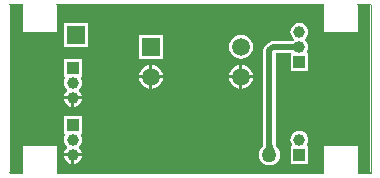
<source format=gbl>
G04*
G04 #@! TF.GenerationSoftware,Altium Limited,Altium Designer,20.0.10 (225)*
G04*
G04 Layer_Physical_Order=2*
G04 Layer_Color=16711680*
%FSLAX25Y25*%
%MOIN*%
G70*
G01*
G75*
%ADD15C,0.00300*%
%ADD32C,0.02000*%
%ADD33C,0.03937*%
%ADD34R,0.03937X0.03937*%
%ADD35C,0.05906*%
%ADD36R,0.05906X0.05906*%
%ADD37C,0.05000*%
G36*
X120079Y0D02*
X116142D01*
Y9350D01*
X104331D01*
Y0D01*
X15748Y-0D01*
Y9350D01*
X3937D01*
Y-0D01*
X0D01*
X-0Y56102D01*
X3937D01*
Y46752D01*
X15748D01*
Y56102D01*
X104331Y56102D01*
Y46752D01*
X116142D01*
Y56102D01*
X120079D01*
X120079Y0D01*
D02*
G37*
%LPC*%
G36*
X25937Y49953D02*
X18032D01*
Y42047D01*
X25937D01*
Y49953D01*
D02*
G37*
G36*
X50953Y45949D02*
X43047D01*
Y38043D01*
X50953D01*
Y45949D01*
D02*
G37*
G36*
X77000Y45983D02*
X75968Y45847D01*
X75007Y45449D01*
X74181Y44815D01*
X73547Y43990D01*
X73149Y43028D01*
X73013Y41996D01*
X73149Y40964D01*
X73547Y40003D01*
X74181Y39177D01*
X75007Y38543D01*
X75968Y38145D01*
X77000Y38009D01*
X78032Y38145D01*
X78993Y38543D01*
X79819Y39177D01*
X80453Y40003D01*
X80851Y40964D01*
X80987Y41996D01*
X80851Y43028D01*
X80453Y43990D01*
X79819Y44815D01*
X78993Y45449D01*
X78032Y45847D01*
X77000Y45983D01*
D02*
G37*
G36*
X96500Y49978D02*
X95725Y49876D01*
X95003Y49577D01*
X94383Y49101D01*
X93907Y48481D01*
X93608Y47759D01*
X93506Y46984D01*
X93608Y46209D01*
X93907Y45487D01*
X94383Y44867D01*
X94556Y44734D01*
Y44234D01*
X94383Y44101D01*
X94380Y44097D01*
X94349Y44085D01*
X94286Y44067D01*
X94198Y44047D01*
X94099Y44032D01*
X93995Y44023D01*
X87672D01*
X86891Y43868D01*
X86230Y43426D01*
X86230Y43426D01*
X85058Y42255D01*
X84616Y41593D01*
X84461Y40813D01*
Y9463D01*
X84458Y9435D01*
X84433Y9280D01*
X84399Y9140D01*
X84357Y9012D01*
X84308Y8897D01*
X84252Y8791D01*
X84189Y8693D01*
X84117Y8601D01*
X84057Y8537D01*
X84004Y8496D01*
X83443Y7765D01*
X83090Y6914D01*
X82970Y6000D01*
X83090Y5086D01*
X83443Y4235D01*
X84004Y3504D01*
X84735Y2943D01*
X85586Y2590D01*
X86500Y2470D01*
X87414Y2590D01*
X88265Y2943D01*
X88996Y3504D01*
X89557Y4235D01*
X89910Y5086D01*
X90030Y6000D01*
X89910Y6914D01*
X89557Y7765D01*
X88996Y8496D01*
X88943Y8537D01*
X88883Y8601D01*
X88811Y8693D01*
X88748Y8791D01*
X88692Y8897D01*
X88643Y9012D01*
X88601Y9140D01*
X88567Y9280D01*
X88542Y9435D01*
X88539Y9463D01*
Y39945D01*
X93532D01*
Y34016D01*
X99468D01*
Y39953D01*
X99248D01*
X99027Y40401D01*
X99093Y40487D01*
X99392Y41209D01*
X99494Y41984D01*
X99392Y42759D01*
X99093Y43481D01*
X98617Y44101D01*
X98444Y44234D01*
Y44734D01*
X98617Y44867D01*
X99093Y45487D01*
X99392Y46209D01*
X99494Y46984D01*
X99392Y47759D01*
X99093Y48481D01*
X98617Y49101D01*
X97997Y49577D01*
X97275Y49876D01*
X96500Y49978D01*
D02*
G37*
G36*
X77500Y35917D02*
Y32496D01*
X80921D01*
X80851Y33028D01*
X80453Y33990D01*
X79819Y34815D01*
X78993Y35449D01*
X78032Y35847D01*
X77500Y35917D01*
D02*
G37*
G36*
X76500D02*
X75968Y35847D01*
X75007Y35449D01*
X74181Y34815D01*
X73547Y33990D01*
X73149Y33028D01*
X73079Y32496D01*
X76500D01*
Y35917D01*
D02*
G37*
G36*
X47500D02*
Y32496D01*
X50921D01*
X50851Y33028D01*
X50453Y33990D01*
X49819Y34815D01*
X48993Y35449D01*
X48032Y35847D01*
X47500Y35917D01*
D02*
G37*
G36*
X46500D02*
X45968Y35847D01*
X45007Y35449D01*
X44181Y34815D01*
X43547Y33990D01*
X43149Y33028D01*
X43079Y32496D01*
X46500D01*
Y35917D01*
D02*
G37*
G36*
X80921Y31496D02*
X77500D01*
Y28075D01*
X78032Y28145D01*
X78993Y28543D01*
X79819Y29177D01*
X80453Y30003D01*
X80851Y30964D01*
X80921Y31496D01*
D02*
G37*
G36*
X76500D02*
X73079D01*
X73149Y30964D01*
X73547Y30003D01*
X74181Y29177D01*
X75007Y28543D01*
X75968Y28145D01*
X76500Y28075D01*
Y31496D01*
D02*
G37*
G36*
X50921D02*
X47500D01*
Y28075D01*
X48032Y28145D01*
X48993Y28543D01*
X49819Y29177D01*
X50453Y30003D01*
X50851Y30964D01*
X50921Y31496D01*
D02*
G37*
G36*
X46500D02*
X43079D01*
X43149Y30964D01*
X43547Y30003D01*
X44181Y29177D01*
X45007Y28543D01*
X45968Y28145D01*
X46500Y28075D01*
Y31496D01*
D02*
G37*
G36*
X23968Y37969D02*
X18032D01*
Y32032D01*
X18252D01*
X18473Y31583D01*
X18407Y31497D01*
X18108Y30775D01*
X18006Y30000D01*
X18108Y29225D01*
X18407Y28503D01*
X18883Y27883D01*
X19056Y27750D01*
Y27250D01*
X18883Y27117D01*
X18407Y26497D01*
X18108Y25775D01*
X18072Y25500D01*
X21000D01*
X23928D01*
X23892Y25775D01*
X23593Y26497D01*
X23117Y27117D01*
X22944Y27250D01*
Y27750D01*
X23117Y27883D01*
X23593Y28503D01*
X23892Y29225D01*
X23994Y30000D01*
X23892Y30775D01*
X23593Y31497D01*
X23527Y31583D01*
X23748Y32032D01*
X23968D01*
Y37969D01*
D02*
G37*
G36*
X23928Y24500D02*
X21500D01*
Y22072D01*
X21775Y22108D01*
X22497Y22407D01*
X23117Y22883D01*
X23593Y23503D01*
X23892Y24225D01*
X23928Y24500D01*
D02*
G37*
G36*
X20500D02*
X18072D01*
X18108Y24225D01*
X18407Y23503D01*
X18883Y22883D01*
X19503Y22407D01*
X20225Y22108D01*
X20500Y22072D01*
Y24500D01*
D02*
G37*
G36*
X23968Y18969D02*
X18032D01*
Y13032D01*
X18252D01*
X18473Y12583D01*
X18407Y12497D01*
X18108Y11775D01*
X18006Y11000D01*
X18108Y10225D01*
X18407Y9503D01*
X18883Y8883D01*
X19056Y8750D01*
Y8250D01*
X18883Y8117D01*
X18407Y7497D01*
X18108Y6775D01*
X18072Y6500D01*
X21000D01*
X23928D01*
X23892Y6775D01*
X23593Y7497D01*
X23117Y8117D01*
X22944Y8250D01*
Y8750D01*
X23117Y8883D01*
X23593Y9503D01*
X23892Y10225D01*
X23994Y11000D01*
X23892Y11775D01*
X23593Y12497D01*
X23527Y12583D01*
X23748Y13032D01*
X23968D01*
Y18969D01*
D02*
G37*
G36*
X23928Y5500D02*
X21500D01*
Y3072D01*
X21775Y3108D01*
X22497Y3407D01*
X23117Y3883D01*
X23593Y4503D01*
X23892Y5225D01*
X23928Y5500D01*
D02*
G37*
G36*
X20500D02*
X18072D01*
X18108Y5225D01*
X18407Y4503D01*
X18883Y3883D01*
X19503Y3407D01*
X20225Y3108D01*
X20500Y3072D01*
Y5500D01*
D02*
G37*
G36*
X96500Y13994D02*
X95725Y13892D01*
X95003Y13593D01*
X94383Y13117D01*
X93907Y12497D01*
X93608Y11775D01*
X93506Y11000D01*
X93608Y10225D01*
X93907Y9503D01*
X93973Y9417D01*
X93752Y8969D01*
X93532D01*
Y3032D01*
X99468D01*
Y8969D01*
X99248D01*
X99027Y9417D01*
X99093Y9503D01*
X99392Y10225D01*
X99494Y11000D01*
X99392Y11775D01*
X99093Y12497D01*
X98617Y13117D01*
X97997Y13593D01*
X97275Y13892D01*
X96500Y13994D01*
D02*
G37*
%LPD*%
G36*
X95094Y40606D02*
X95013Y40678D01*
X94917Y40742D01*
X94806Y40799D01*
X94681Y40848D01*
X94541Y40890D01*
X94387Y40924D01*
X94218Y40950D01*
X94034Y40969D01*
X93623Y40984D01*
Y42984D01*
X93836Y42988D01*
X94218Y43018D01*
X94387Y43045D01*
X94541Y43079D01*
X94681Y43120D01*
X94806Y43170D01*
X94917Y43226D01*
X95013Y43290D01*
X95094Y43362D01*
Y40606D01*
D02*
G37*
G36*
X87507Y9543D02*
X87530Y9304D01*
X87568Y9077D01*
X87620Y8860D01*
X87687Y8654D01*
X87770Y8459D01*
X87867Y8275D01*
X87980Y8101D01*
X88108Y7938D01*
X88250Y7785D01*
X84750D01*
X84892Y7938D01*
X85020Y8101D01*
X85132Y8275D01*
X85230Y8459D01*
X85312Y8654D01*
X85380Y8860D01*
X85432Y9077D01*
X85470Y9304D01*
X85492Y9543D01*
X85500Y9791D01*
X87500D01*
X87507Y9543D01*
D02*
G37*
D15*
X120229Y56102D02*
G03*
X120079Y56252I-150J0D01*
G01*
X120229Y56102D02*
G03*
X120079Y56252I-150J0D01*
G01*
X116142D02*
G03*
X115992Y56102I0J-150D01*
G01*
X116142Y56252D02*
G03*
X115992Y56102I0J-150D01*
G01*
X104481D02*
G03*
X104331Y56252I-150J0D01*
G01*
X104481Y56102D02*
G03*
X104331Y56252I-150J0D01*
G01*
X120079Y-150D02*
G03*
X120229Y0I0J150D01*
G01*
X120079Y-150D02*
G03*
X120229Y0I0J150D01*
G01*
X115992D02*
G03*
X116142Y-150I150J0D01*
G01*
X115992Y0D02*
G03*
X116142Y-150I150J0D01*
G01*
X104331D02*
G03*
X104481Y0I0J150D01*
G01*
X104331Y-150D02*
G03*
X104481Y0I0J150D01*
G01*
X15748Y56252D02*
G03*
X15598Y56102I0J-150D01*
G01*
X15748Y56252D02*
G03*
X15598Y56102I0J-150D01*
G01*
X4087D02*
G03*
X3937Y56252I-150J0D01*
G01*
X4087Y56102D02*
G03*
X3937Y56252I-150J0D01*
G01*
X-0D02*
G03*
X-150Y56102I0J-150D01*
G01*
X-0Y56252D02*
G03*
X-150Y56102I0J-150D01*
G01*
X15598Y-0D02*
G03*
X15748Y-150I150J0D01*
G01*
X15598Y-0D02*
G03*
X15748Y-150I150J0D01*
G01*
X3937D02*
G03*
X4087Y-0I0J150D01*
G01*
X3937Y-150D02*
G03*
X4087Y-0I0J150D01*
G01*
X-150D02*
G03*
X0Y-150I150J0D01*
G01*
X-150Y-0D02*
G03*
X0Y-150I150J0D01*
G01*
X116142Y56252D02*
X120079D01*
X104481Y46902D02*
X115992D01*
X104481D02*
Y56102D01*
X115992Y46902D02*
Y56102D01*
X120229D02*
X120229Y0D01*
X116142Y-150D02*
X120079D01*
X115992Y0D02*
Y9200D01*
X104481Y0D02*
Y9200D01*
X115992D01*
X15748Y56252D02*
X104331Y56252D01*
X15598Y46902D02*
Y56102D01*
X4087Y46902D02*
X15598D01*
X4087D02*
Y56102D01*
X-0Y56252D02*
X3937D01*
X4087Y9200D02*
X15598D01*
Y-0D02*
Y9200D01*
X15748Y-150D02*
X104331Y-150D01*
X4087Y-0D02*
Y9200D01*
X-150Y56102D02*
X-150Y-0D01*
X0Y-150D02*
X3937D01*
D32*
X86500Y40813D02*
X87672Y41984D01*
X96500D01*
X86500Y6000D02*
Y40813D01*
D33*
X96500Y16000D02*
D03*
Y11000D02*
D03*
Y46984D02*
D03*
Y41984D02*
D03*
X21000Y6000D02*
D03*
Y11000D02*
D03*
Y25000D02*
D03*
Y30000D02*
D03*
D34*
X96500Y6000D02*
D03*
Y36984D02*
D03*
X21000Y16000D02*
D03*
Y35000D02*
D03*
D35*
X77000Y31996D02*
D03*
Y41996D02*
D03*
X47000Y31996D02*
D03*
D36*
Y41996D02*
D03*
X21984Y46000D02*
D03*
D37*
X86500Y6000D02*
D03*
M02*

</source>
